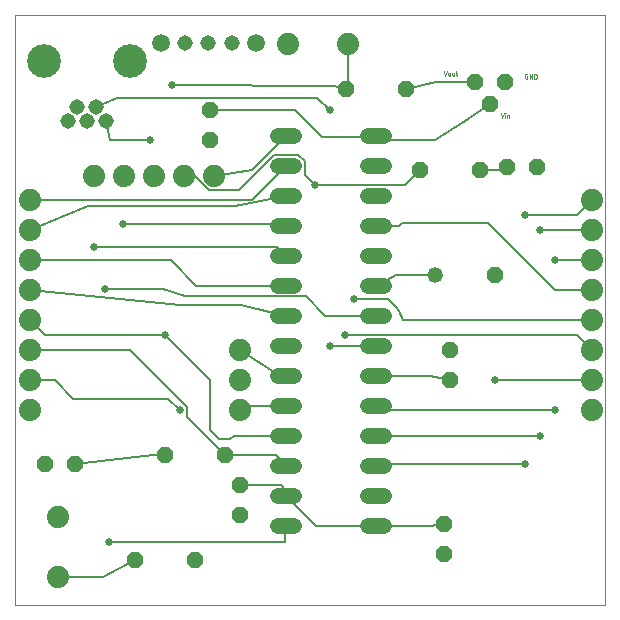
<source format=gtl>
G04 EAGLE Gerber X2 export*
%TF.Part,Single*%
%TF.FileFunction,Other,Top Layer*%
%TF.FilePolarity,Positive*%
%TF.GenerationSoftware,Autodesk,EAGLE,8.7.1*%
%TF.CreationDate,2018-04-17T12:55:16Z*%
G75*
%MOMM*%
%FSLAX34Y34*%
%LPD*%
%AMOC8*
5,1,8,0,0,1.08239X$1,22.5*%
G01*
%ADD10C,0.000000*%
%ADD11C,0.025400*%
%ADD12P,1.429621X8X112.500000*%
%ADD13P,1.429621X8X22.500000*%
%ADD14C,1.320800*%
%ADD15P,1.429621X8X202.500000*%
%ADD16C,1.320800*%
%ADD17C,1.879600*%
%ADD18C,1.308000*%
%ADD19C,1.508000*%
%ADD20C,2.850000*%
%ADD21C,0.152400*%
%ADD22C,0.654800*%


D10*
X0Y0D02*
X500000Y0D01*
X500000Y500000D01*
X0Y500000D01*
X0Y0D01*
D11*
X433409Y448014D02*
X434044Y448014D01*
X434044Y445897D01*
X432774Y445897D01*
X432719Y445899D01*
X432663Y445904D01*
X432609Y445913D01*
X432555Y445926D01*
X432502Y445942D01*
X432450Y445961D01*
X432399Y445984D01*
X432351Y446010D01*
X432303Y446040D01*
X432258Y446072D01*
X432216Y446107D01*
X432175Y446145D01*
X432137Y446186D01*
X432102Y446228D01*
X432070Y446273D01*
X432040Y446321D01*
X432014Y446369D01*
X431991Y446420D01*
X431972Y446472D01*
X431956Y446525D01*
X431943Y446579D01*
X431934Y446633D01*
X431929Y446689D01*
X431927Y446744D01*
X431927Y448860D01*
X431929Y448918D01*
X431935Y448975D01*
X431945Y449032D01*
X431958Y449089D01*
X431976Y449144D01*
X431997Y449197D01*
X432022Y449250D01*
X432050Y449300D01*
X432082Y449348D01*
X432117Y449395D01*
X432155Y449438D01*
X432196Y449479D01*
X432239Y449517D01*
X432286Y449552D01*
X432334Y449584D01*
X432384Y449612D01*
X432437Y449637D01*
X432490Y449658D01*
X432545Y449676D01*
X432602Y449689D01*
X432659Y449699D01*
X432716Y449705D01*
X432774Y449707D01*
X434044Y449707D01*
X435828Y449707D02*
X435828Y445897D01*
X437945Y445897D02*
X435828Y449707D01*
X437945Y449707D02*
X437945Y445897D01*
X439730Y445897D02*
X439730Y449707D01*
X440788Y449707D01*
X440852Y449705D01*
X440916Y449699D01*
X440979Y449690D01*
X441041Y449676D01*
X441103Y449659D01*
X441163Y449638D01*
X441222Y449614D01*
X441280Y449586D01*
X441335Y449554D01*
X441389Y449520D01*
X441440Y449482D01*
X441490Y449441D01*
X441536Y449397D01*
X441580Y449351D01*
X441621Y449301D01*
X441659Y449250D01*
X441693Y449196D01*
X441725Y449141D01*
X441753Y449083D01*
X441777Y449024D01*
X441798Y448964D01*
X441815Y448902D01*
X441829Y448840D01*
X441838Y448777D01*
X441844Y448713D01*
X441846Y448649D01*
X441846Y446955D01*
X441844Y446891D01*
X441838Y446827D01*
X441829Y446764D01*
X441815Y446702D01*
X441798Y446640D01*
X441777Y446580D01*
X441753Y446521D01*
X441725Y446463D01*
X441693Y446408D01*
X441659Y446354D01*
X441621Y446303D01*
X441580Y446253D01*
X441536Y446207D01*
X441490Y446163D01*
X441440Y446122D01*
X441389Y446084D01*
X441335Y446050D01*
X441280Y446018D01*
X441222Y445990D01*
X441163Y445966D01*
X441103Y445945D01*
X441041Y445928D01*
X440979Y445914D01*
X440916Y445905D01*
X440852Y445899D01*
X440788Y445897D01*
X439730Y445897D01*
X411607Y416687D02*
X412877Y412877D01*
X414147Y416687D01*
X415437Y415417D02*
X415437Y412877D01*
X415331Y416475D02*
X415331Y416687D01*
X415543Y416687D01*
X415543Y416475D01*
X415331Y416475D01*
X417029Y415417D02*
X417029Y412877D01*
X417029Y415417D02*
X418087Y415417D01*
X418134Y415415D01*
X418182Y415410D01*
X418228Y415401D01*
X418274Y415389D01*
X418319Y415373D01*
X418363Y415354D01*
X418405Y415332D01*
X418445Y415307D01*
X418483Y415278D01*
X418519Y415247D01*
X418552Y415214D01*
X418583Y415178D01*
X418612Y415140D01*
X418637Y415100D01*
X418659Y415058D01*
X418678Y415014D01*
X418694Y414969D01*
X418706Y414923D01*
X418715Y414877D01*
X418720Y414829D01*
X418722Y414782D01*
X418722Y412877D01*
X364617Y448437D02*
X363347Y452247D01*
X365887Y452247D02*
X364617Y448437D01*
X367184Y449284D02*
X367184Y450130D01*
X367186Y450187D01*
X367192Y450243D01*
X367201Y450299D01*
X367214Y450354D01*
X367231Y450408D01*
X367251Y450461D01*
X367275Y450512D01*
X367302Y450562D01*
X367333Y450609D01*
X367366Y450655D01*
X367403Y450698D01*
X367442Y450739D01*
X367484Y450777D01*
X367529Y450812D01*
X367575Y450844D01*
X367624Y450873D01*
X367674Y450898D01*
X367727Y450920D01*
X367780Y450939D01*
X367835Y450954D01*
X367890Y450965D01*
X367946Y450973D01*
X368003Y450977D01*
X368059Y450977D01*
X368116Y450973D01*
X368172Y450965D01*
X368227Y450954D01*
X368282Y450939D01*
X368335Y450920D01*
X368388Y450898D01*
X368438Y450873D01*
X368487Y450844D01*
X368533Y450812D01*
X368578Y450777D01*
X368620Y450739D01*
X368659Y450698D01*
X368696Y450655D01*
X368729Y450609D01*
X368760Y450562D01*
X368787Y450512D01*
X368811Y450461D01*
X368831Y450408D01*
X368848Y450354D01*
X368861Y450299D01*
X368870Y450243D01*
X368876Y450187D01*
X368878Y450130D01*
X368877Y450130D02*
X368877Y449284D01*
X368878Y449284D02*
X368876Y449227D01*
X368870Y449171D01*
X368861Y449115D01*
X368848Y449060D01*
X368831Y449006D01*
X368811Y448953D01*
X368787Y448902D01*
X368760Y448852D01*
X368729Y448805D01*
X368696Y448759D01*
X368659Y448716D01*
X368620Y448675D01*
X368578Y448637D01*
X368533Y448602D01*
X368487Y448570D01*
X368438Y448541D01*
X368388Y448516D01*
X368335Y448494D01*
X368282Y448475D01*
X368227Y448460D01*
X368172Y448449D01*
X368116Y448441D01*
X368059Y448437D01*
X368003Y448437D01*
X367946Y448441D01*
X367890Y448449D01*
X367835Y448460D01*
X367780Y448475D01*
X367727Y448494D01*
X367674Y448516D01*
X367624Y448541D01*
X367575Y448570D01*
X367529Y448602D01*
X367484Y448637D01*
X367442Y448675D01*
X367403Y448716D01*
X367366Y448759D01*
X367333Y448805D01*
X367302Y448852D01*
X367275Y448902D01*
X367251Y448953D01*
X367231Y449006D01*
X367214Y449060D01*
X367201Y449115D01*
X367192Y449171D01*
X367186Y449227D01*
X367184Y449284D01*
X370476Y449072D02*
X370476Y450977D01*
X370476Y449072D02*
X370478Y449025D01*
X370483Y448977D01*
X370492Y448931D01*
X370504Y448885D01*
X370520Y448840D01*
X370539Y448796D01*
X370561Y448755D01*
X370586Y448714D01*
X370615Y448676D01*
X370646Y448640D01*
X370679Y448607D01*
X370715Y448576D01*
X370753Y448547D01*
X370794Y448522D01*
X370835Y448500D01*
X370879Y448481D01*
X370924Y448465D01*
X370970Y448453D01*
X371016Y448444D01*
X371064Y448439D01*
X371111Y448437D01*
X372169Y448437D01*
X372169Y450977D01*
X373465Y450977D02*
X374735Y450977D01*
X373889Y452247D02*
X373889Y449072D01*
X373891Y449025D01*
X373896Y448977D01*
X373905Y448931D01*
X373917Y448885D01*
X373933Y448840D01*
X373952Y448796D01*
X373974Y448755D01*
X373999Y448714D01*
X374028Y448676D01*
X374059Y448640D01*
X374092Y448607D01*
X374128Y448576D01*
X374166Y448547D01*
X374207Y448522D01*
X374248Y448500D01*
X374292Y448481D01*
X374337Y448465D01*
X374383Y448453D01*
X374429Y448444D01*
X374477Y448439D01*
X374524Y448437D01*
X374735Y448437D01*
D12*
X190500Y76200D03*
X190500Y101600D03*
X363220Y43180D03*
X363220Y68580D03*
D13*
X406400Y279400D03*
D14*
X355600Y279400D03*
D12*
X165100Y393700D03*
X165100Y419100D03*
X368300Y190500D03*
X368300Y215900D03*
D13*
X416560Y370840D03*
X441960Y370840D03*
D15*
X50800Y119380D03*
X25400Y119380D03*
D13*
X342900Y368300D03*
X393700Y368300D03*
X127000Y127000D03*
X177800Y127000D03*
D15*
X331470Y436880D03*
X280670Y436880D03*
X152400Y38100D03*
X101600Y38100D03*
D16*
X223266Y397510D02*
X236474Y397510D01*
X236474Y372110D02*
X223266Y372110D01*
X223266Y346710D02*
X236474Y346710D01*
X236474Y321310D02*
X223266Y321310D01*
X223266Y295910D02*
X236474Y295910D01*
X236474Y270510D02*
X223266Y270510D01*
X223266Y245110D02*
X236474Y245110D01*
X236474Y219710D02*
X223266Y219710D01*
X223266Y194310D02*
X236474Y194310D01*
X236474Y168910D02*
X223266Y168910D01*
X223266Y143510D02*
X236474Y143510D01*
X236474Y118110D02*
X223266Y118110D01*
X223266Y92710D02*
X236474Y92710D01*
X236474Y67310D02*
X223266Y67310D01*
X299466Y67310D02*
X312674Y67310D01*
X312674Y92710D02*
X299466Y92710D01*
X299466Y118110D02*
X312674Y118110D01*
X312674Y143510D02*
X299466Y143510D01*
X299466Y168910D02*
X312674Y168910D01*
X312674Y194310D02*
X299466Y194310D01*
X299466Y219710D02*
X312674Y219710D01*
X312674Y245110D02*
X299466Y245110D01*
X299466Y270510D02*
X312674Y270510D01*
X312674Y295910D02*
X299466Y295910D01*
X299466Y321310D02*
X312674Y321310D01*
X312674Y346710D02*
X299466Y346710D01*
X299466Y372110D02*
X312674Y372110D01*
X312674Y397510D02*
X299466Y397510D01*
D17*
X168910Y363220D03*
X143510Y363220D03*
X118110Y363220D03*
X92710Y363220D03*
X67310Y363220D03*
X190500Y215900D03*
X190500Y190500D03*
X190500Y165100D03*
D18*
X163830Y476250D03*
X143830Y476250D03*
X183830Y476250D03*
D19*
X123830Y476250D03*
X203830Y476250D03*
D18*
X76960Y410010D03*
X60960Y410010D03*
X44960Y410010D03*
X68960Y422010D03*
X52960Y422010D03*
D20*
X24460Y461010D03*
X97460Y461010D03*
D15*
X389890Y443230D03*
X402590Y424180D03*
X415290Y443230D03*
D17*
X12700Y165100D03*
X12700Y190500D03*
X12700Y215900D03*
X12700Y241300D03*
X12700Y266700D03*
X12700Y292100D03*
X12700Y317500D03*
X12700Y342900D03*
X488950Y165100D03*
X488950Y190500D03*
X488950Y215900D03*
X488950Y241300D03*
X488950Y266700D03*
X488950Y292100D03*
X488950Y317500D03*
X488950Y342900D03*
X231140Y474980D03*
X281940Y474980D03*
X36830Y74930D03*
X36830Y24130D03*
D21*
X190500Y165100D02*
X199390Y168910D01*
X229870Y168910D01*
X224790Y194310D02*
X190500Y215900D01*
X224790Y194310D02*
X229870Y194310D01*
X306070Y67310D02*
X351790Y67310D01*
X363220Y68580D01*
X351790Y194310D02*
X306070Y194310D01*
X351790Y194310D02*
X368300Y190500D01*
X356870Y443230D02*
X389890Y443230D01*
X356870Y443230D02*
X331470Y436880D01*
X33789Y190500D02*
X12700Y190500D01*
X33789Y190500D02*
X49537Y174752D01*
X130048Y174752D02*
X139700Y165100D01*
X130048Y174752D02*
X49537Y174752D01*
D22*
X139700Y165100D03*
D21*
X226060Y101600D02*
X229870Y92710D01*
X226060Y101600D02*
X190500Y101600D01*
X229870Y92710D02*
X255270Y67310D01*
X306070Y67310D01*
D22*
X254000Y355600D03*
D21*
X330200Y355600D01*
X342900Y368300D01*
X240156Y381000D02*
X219584Y381000D01*
X240156Y381000D02*
X245364Y375792D01*
X152386Y363220D02*
X143510Y363220D01*
X152386Y363220D02*
X164070Y351536D01*
X245364Y364236D02*
X245364Y375792D01*
X190120Y351536D02*
X164070Y351536D01*
X190120Y351536D02*
X219584Y381000D01*
X245364Y364236D02*
X254000Y355600D01*
X381000Y410210D02*
X402590Y424180D01*
X381000Y410210D02*
X355600Y393700D01*
X309880Y393700D01*
X307340Y396240D01*
X306070Y397510D01*
X173362Y419100D02*
X165100Y419100D01*
X173362Y419100D02*
X173500Y418962D01*
X237628Y418962D01*
X260350Y396240D02*
X307340Y396240D01*
X260350Y396240D02*
X237628Y418962D01*
X406400Y190500D02*
X488950Y190500D01*
D22*
X406400Y190500D03*
D21*
X200660Y342900D02*
X12700Y342900D01*
X200660Y342900D02*
X229870Y372110D01*
X229870Y346710D02*
X186690Y337820D01*
X62358Y337820D02*
X12700Y317500D01*
X62358Y337820D02*
X186690Y337820D01*
D22*
X91440Y322580D03*
D21*
X228600Y322580D01*
X229870Y321310D01*
D22*
X67310Y303530D03*
D21*
X222250Y303530D01*
X229870Y295910D01*
X132080Y292100D02*
X12700Y292100D01*
X132080Y292100D02*
X153670Y270510D01*
X229870Y270510D01*
X139700Y254000D02*
X12700Y266700D01*
X191770Y254000D02*
X229870Y245110D01*
X191770Y254000D02*
X139700Y254000D01*
X177800Y127000D02*
X220980Y127000D01*
X229870Y118110D01*
X177800Y127000D02*
X145768Y159032D01*
X145768Y167614D01*
X97482Y215900D01*
X12700Y215900D01*
X476250Y330200D02*
X488950Y342900D01*
X476250Y330200D02*
X431800Y330200D01*
D22*
X431800Y330200D03*
X431800Y119380D03*
D21*
X307340Y119380D01*
X306070Y118110D01*
X444500Y317500D02*
X488950Y317500D01*
D22*
X444500Y317500D03*
X444500Y143510D03*
D21*
X306070Y143510D01*
X457200Y292100D02*
X488950Y292100D01*
D22*
X457200Y292100D03*
X457200Y165100D03*
D21*
X309880Y165100D01*
X306070Y168910D01*
D22*
X266700Y419100D03*
X266700Y219710D03*
D21*
X306070Y219710D01*
X266700Y419100D02*
X263790Y422010D01*
X86858Y429630D02*
X68960Y422010D01*
X86858Y429630D02*
X256170Y429630D01*
X266700Y419100D01*
X322580Y279400D02*
X355600Y279400D01*
X322580Y279400D02*
X306070Y270510D01*
X457200Y266700D02*
X488950Y266700D01*
X327687Y323568D02*
X325429Y321310D01*
X306070Y321310D01*
X327687Y323568D02*
X400332Y323568D01*
X457200Y266700D01*
X329056Y241300D02*
X325246Y248920D01*
X322454Y252730D01*
X316104Y259080D01*
X287020Y259080D01*
X329056Y241300D02*
X488950Y241300D01*
D22*
X287020Y259080D03*
D21*
X476250Y228600D02*
X488950Y215900D01*
X476250Y228600D02*
X279400Y228600D01*
D22*
X279400Y228600D03*
D21*
X25400Y228600D02*
X12700Y241300D01*
X25400Y228600D02*
X127000Y228600D01*
X281940Y438150D02*
X281940Y474980D01*
X281940Y438150D02*
X280670Y436880D01*
X270382Y439420D01*
X133350Y440690D01*
D22*
X133350Y440690D03*
X127000Y228600D03*
D21*
X165100Y190500D01*
X172960Y140716D02*
X182640Y140716D01*
X185434Y143510D01*
X229870Y143510D01*
X165100Y148576D02*
X165100Y190500D01*
X165100Y148576D02*
X172960Y140716D01*
D22*
X76301Y267708D03*
D21*
X125491Y267708D01*
X144279Y261620D01*
X246380Y261620D01*
X262890Y245110D02*
X306070Y245110D01*
X262890Y245110D02*
X246380Y261620D01*
D22*
X80010Y53340D03*
D21*
X228600Y53340D01*
X229870Y67310D01*
X393700Y368300D02*
X414020Y368300D01*
X416560Y370840D01*
X116840Y127000D02*
X50800Y119380D01*
X116840Y127000D02*
X127000Y127000D01*
X74930Y24130D02*
X36830Y24130D01*
X74930Y24130D02*
X101600Y38100D01*
X226060Y393700D02*
X229870Y397510D01*
X200660Y368300D02*
X168910Y363220D01*
X200660Y368300D02*
X229870Y397510D01*
X80570Y393700D02*
X76960Y410010D01*
X80570Y393700D02*
X114300Y393700D01*
D22*
X114300Y393700D03*
M02*

</source>
